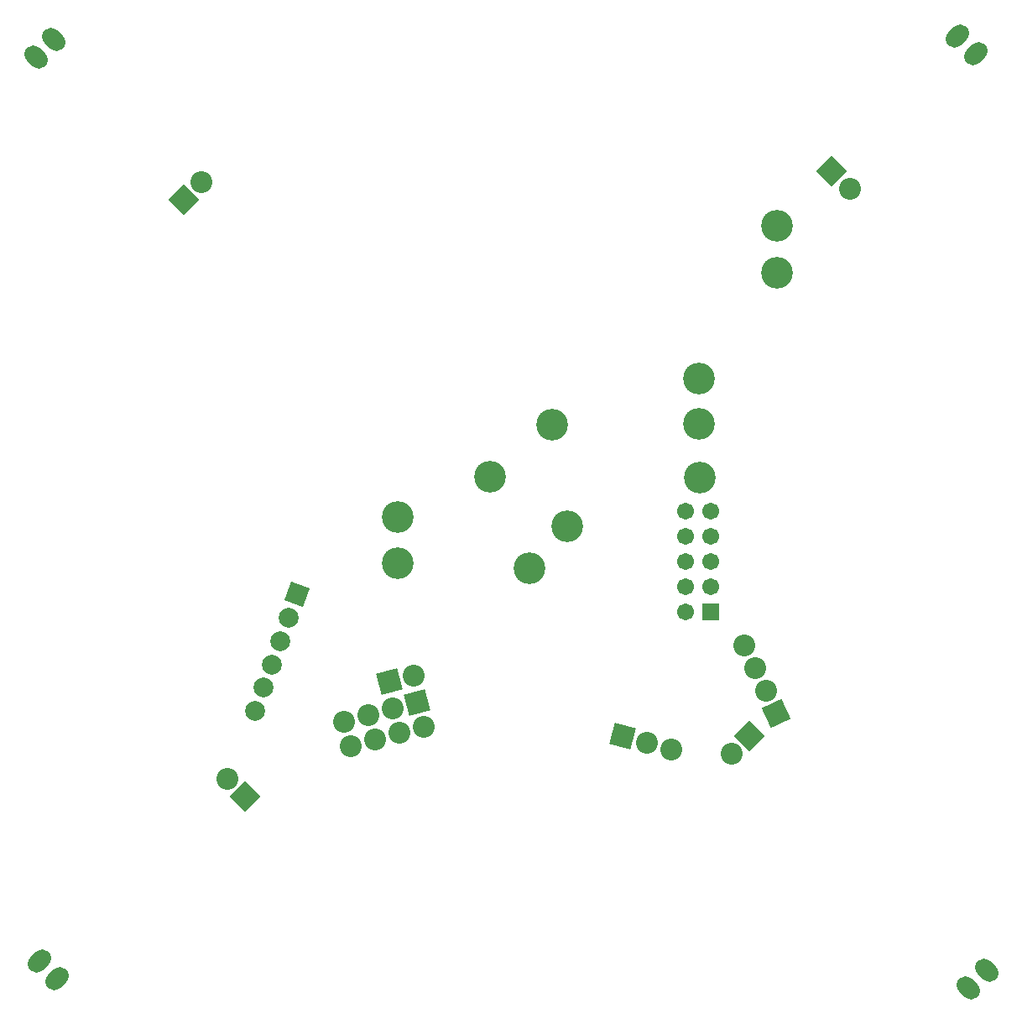
<source format=gbs>
G04*
G04 #@! TF.GenerationSoftware,Altium Limited,Altium Designer,20.1.14 (287)*
G04*
G04 Layer_Color=16711935*
%FSLAX25Y25*%
%MOIN*%
G70*
G04*
G04 #@! TF.SameCoordinates,3184D8B6-75A7-45C6-B4AC-6B65BD642244*
G04*
G04*
G04 #@! TF.FilePolarity,Negative*
G04*
G01*
G75*
%ADD75C,0.08674*%
%ADD76P,0.12267X4X250.0*%
%ADD77P,0.12267X4X360.0*%
%ADD78P,0.12267X4X120.0*%
%ADD80P,0.12267X4X90.0*%
%ADD81C,0.07887*%
%ADD82P,0.11153X4X295.0*%
%ADD83P,0.12267X4X150.0*%
%ADD84R,0.06706X0.06706*%
%ADD85C,0.06706*%
%ADD86C,0.12611*%
G04:AMPARAMS|DCode=114|XSize=70.87mil|YSize=102.36mil|CornerRadius=0mil|HoleSize=0mil|Usage=FLASHONLY|Rotation=315.000|XOffset=0mil|YOffset=0mil|HoleType=Round|Shape=Round|*
%AMOVALD114*
21,1,0.03150,0.07087,0.00000,0.00000,45.0*
1,1,0.07087,-0.01114,-0.01114*
1,1,0.07087,0.01114,0.01114*
%
%ADD114OVALD114*%

G04:AMPARAMS|DCode=115|XSize=70.87mil|YSize=102.36mil|CornerRadius=0mil|HoleSize=0mil|Usage=FLASHONLY|Rotation=45.000|XOffset=0mil|YOffset=0mil|HoleType=Round|Shape=Round|*
%AMOVALD115*
21,1,0.03150,0.07087,0.00000,0.00000,135.0*
1,1,0.07087,0.01114,-0.01114*
1,1,0.07087,-0.01114,0.01114*
%
%ADD115OVALD115*%

D75*
X216785Y56500D02*
D03*
X212558Y65563D02*
D03*
X221011Y47437D02*
D03*
X207496Y22456D02*
D03*
X183281Y24282D02*
D03*
X173622Y26870D02*
D03*
X254323Y246858D02*
D03*
X-3157Y249599D02*
D03*
X81208Y53656D02*
D03*
X72827Y40376D02*
D03*
X85074Y33305D02*
D03*
X75415Y30716D02*
D03*
X65756Y28128D02*
D03*
X63168Y37788D02*
D03*
X56097Y25540D02*
D03*
X53508Y35199D02*
D03*
X7094Y12591D02*
D03*
D76*
X225237Y38374D02*
D03*
D77*
X214567Y29528D02*
D03*
X-10228Y242528D02*
D03*
D78*
X163963Y29458D02*
D03*
D80*
X247252Y253929D02*
D03*
X14165Y5520D02*
D03*
D81*
X21328Y48725D02*
D03*
X24695Y57974D02*
D03*
X28061Y67223D02*
D03*
X31427Y76472D02*
D03*
X17962Y39476D02*
D03*
D82*
X34794Y85721D02*
D03*
D83*
X71548Y51068D02*
D03*
X82486Y42964D02*
D03*
D84*
X199091Y79020D02*
D03*
D85*
X189091D02*
D03*
X199091Y89020D02*
D03*
X189091D02*
D03*
X199091Y99020D02*
D03*
X189091D02*
D03*
X199091Y109020D02*
D03*
X189091D02*
D03*
X199091Y119020D02*
D03*
X189091D02*
D03*
D86*
X142126Y112992D02*
D03*
X127215Y96309D02*
D03*
X136221Y153150D02*
D03*
X111417Y132677D02*
D03*
X194882Y132283D02*
D03*
X74803Y98032D02*
D03*
Y116535D02*
D03*
X225590Y232283D02*
D03*
X194488Y171653D02*
D03*
Y153543D02*
D03*
X225590Y213386D02*
D03*
D114*
X304323Y300401D02*
D03*
X297252Y307472D02*
D03*
X-67709Y-59850D02*
D03*
X-60638Y-66921D02*
D03*
D115*
X-61827Y306284D02*
D03*
X-68898Y299213D02*
D03*
X301583Y-70465D02*
D03*
X308654Y-63394D02*
D03*
M02*

</source>
